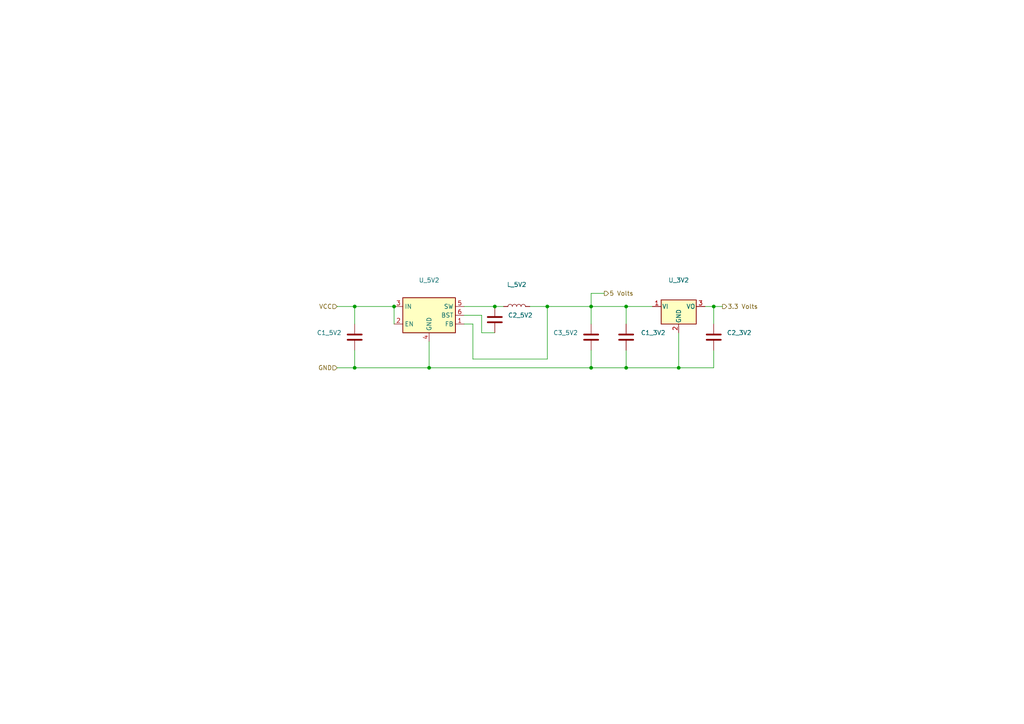
<source format=kicad_sch>
(kicad_sch (version 20211123) (generator eeschema)
  (paper "A4")
  (title_block (title "Channel 1 Power Rails") (date "2022-09-12") (rev "1") (company "George Mason University") (comment 1 "powered off the 3.3 volt rail.") (comment 2 "display as it requires it. The rest of the perphierals and the MCU are") (comment 3 "side. The 5 volts rail is only used to power the 20x04 character LCD") (comment 4 "This supplys the 5 volts and 3.3 volts rail for the primary digital"))
  (lib_symbols
    (symbol "Device:C" (pin_numbers hide) (pin_names (offset 0.254))
      (property "Reference" "C" (at 0.635 2.54 0))
      (property "Value" "C" (at 0.635 -2.54 0))
      (symbol "C_0_1"
        (polyline (pts (xy -2.032 -0.762) (xy 2.032 -0.762)) (stroke (width 0.508)))
        (polyline (pts (xy -2.032 0.762) (xy 2.032 0.762)) (stroke (width 0.508)))
      )
      (symbol "C_1_1"
        (pin passive line (at 0 3.81 270) (length 2.794) (name "~") (number "1"))
        (pin passive line (at 0 -3.81 90) (length 2.794) (name "~") (number "2"))
      )
    )
    (symbol "Device:L" (pin_numbers hide) (pin_names (offset 1.016) hide)
      (property "Reference" "L" (at -1.27 0 90))
      (property "Value" "L" (at 1.905 0 90))
      (symbol "L_0_1"
        (arc (start 0 -2.54) (mid 0.635 -1.905) (end 0 -1.27))
        (arc (start 0 -1.27) (mid 0.635 -0.635) (end 0 0))
        (arc (start 0 0) (mid 0.635 0.635) (end 0 1.27))
        (arc (start 0 1.27) (mid 0.635 1.905) (end 0 2.54))
      )
      (symbol "L_1_1"
        (pin passive line (at 0 3.81 270) (length 1.27) (name "1") (number "1"))
        (pin passive line (at 0 -3.81 90) (length 1.27) (name "2") (number "2"))
      )
    )
    (symbol "Regulator_Linear:LP2950-3.3_TO252" (pin_names (offset 0.254))
      (property "Reference" "U" (at -3.81 3.175 0))
      (property "Value" "LP2950-3.3_TO252" (at 0 3.175 0))
      (symbol "LP2950-3.3_TO252_0_1"
        (rectangle (start -5.08 1.905) (end 5.08 -5.08) (stroke (width 0.254)) (fill (type background)))
      )
      (symbol "LP2950-3.3_TO252_1_1"
        (pin power_in line (at -7.62 0 0) (length 2.54) (name "VI") (number "1"))
        (pin power_in line (at 0 -7.62 90) (length 2.54) (name "GND") (number "2"))
        (pin power_out line (at 7.62 0 180) (length 2.54) (name "VO") (number "3"))
      )
    )
    (symbol "Regulator_Switching:AP63205WU"
      (property "Reference" "U" (at -7.62 6.35 0))
      (property "Value" "AP63205WU" (at 2.54 6.35 0))
      (symbol "AP63205WU_0_1"
        (rectangle (start -7.62 5.08) (end 7.62 -5.08) (stroke (width 0.254)) (fill (type background)))
      )
      (symbol "AP63205WU_1_1"
        (pin input line (at 10.16 -2.54 180) (length 2.54) (name "FB") (number "1"))
        (pin input line (at -10.16 -2.54 0) (length 2.54) (name "EN") (number "2"))
        (pin power_in line (at -10.16 2.54 0) (length 2.54) (name "IN") (number "3"))
        (pin power_in line (at 0 -7.62 90) (length 2.54) (name "GND") (number "4"))
        (pin output line (at 10.16 2.54 180) (length 2.54) (name "SW") (number "5"))
        (pin passive line (at 10.16 0 180) (length 2.54) (name "BST") (number "6"))
      )
    )
  )
  (junction (at 171.45 106.68))
  (junction (at 102.87 106.68))
  (junction (at 114.3 88.9))
  (junction (at 124.46 106.68))
  (junction (at 207.01 88.9))
  (junction (at 158.75 88.9))
  (junction (at 196.85 106.68))
  (junction (at 181.61 88.9))
  (junction (at 181.61 106.68))
  (junction (at 143.51 88.9))
  (junction (at 171.45 88.9))
  (junction (at 102.87 88.9))
  (wire (pts (xy 207.01 93.98) (xy 207.01 88.9)))
  (wire (pts (xy 207.01 106.68) (xy 196.85 106.68)))
  (wire (pts (xy 171.45 106.68) (xy 181.61 106.68)))
  (wire (pts (xy 102.87 88.9) (xy 114.3 88.9)))
  (wire (pts (xy 137.16 93.98) (xy 134.62 93.98)))
  (wire (pts (xy 181.61 88.9) (xy 181.61 93.98)))
  (wire (pts (xy 97.79 88.9) (xy 102.87 88.9)))
  (wire (pts (xy 124.46 99.06) (xy 124.46 106.68)))
  (wire (pts (xy 158.75 104.14) (xy 137.16 104.14)))
  (wire (pts (xy 207.01 88.9) (xy 204.47 88.9)))
  (wire (pts (xy 207.01 88.9) (xy 209.55 88.9)))
  (wire (pts (xy 181.61 101.6) (xy 181.61 106.68)))
  (wire (pts (xy 171.45 101.6) (xy 171.45 106.68)))
  (wire (pts (xy 114.3 88.9) (xy 114.3 93.98)))
  (wire (pts (xy 134.62 88.9) (xy 143.51 88.9)))
  (wire (pts (xy 137.16 104.14) (xy 137.16 93.98)))
  (wire (pts (xy 207.01 101.6) (xy 207.01 106.68)))
  (wire (pts (xy 139.7 91.44) (xy 134.62 91.44)))
  (wire (pts (xy 102.87 101.6) (xy 102.87 106.68)))
  (wire (pts (xy 143.51 96.52) (xy 139.7 96.52)))
  (wire (pts (xy 153.67 88.9) (xy 158.75 88.9)))
  (wire (pts (xy 181.61 106.68) (xy 196.85 106.68)))
  (wire (pts (xy 171.45 88.9) (xy 171.45 93.98)))
  (wire (pts (xy 171.45 85.09) (xy 171.45 88.9)))
  (wire (pts (xy 171.45 88.9) (xy 181.61 88.9)))
  (wire (pts (xy 124.46 106.68) (xy 171.45 106.68)))
  (wire (pts (xy 139.7 96.52) (xy 139.7 91.44)))
  (wire (pts (xy 102.87 93.98) (xy 102.87 88.9)))
  (wire (pts (xy 181.61 88.9) (xy 189.23 88.9)))
  (wire (pts (xy 196.85 106.68) (xy 196.85 96.52)))
  (wire (pts (xy 97.79 106.68) (xy 102.87 106.68)))
  (wire (pts (xy 143.51 88.9) (xy 146.05 88.9)))
  (wire (pts (xy 158.75 88.9) (xy 171.45 88.9)))
  (wire (pts (xy 175.26 85.09) (xy 171.45 85.09)))
  (wire (pts (xy 158.75 88.9) (xy 158.75 104.14)))
  (wire (pts (xy 102.87 106.68) (xy 124.46 106.68)))
  (hierarchical_label "GND" (shape input) (at 97.79 106.68 180))
  (hierarchical_label "3.3 Volts" (shape output) (at 209.55 88.9 0))
  (hierarchical_label "VCC" (shape input) (at 97.79 88.9 180))
  (hierarchical_label "5 Volts" (shape output) (at 175.26 85.09 0))
  (symbol (lib_id "Device:C") (at 181.61 97.79 0) (mirror x) (unit 1)
    (property "Reference" "C1_3V2" (at 193.04 96.52 0) (effects (justify right)))
  )
  (symbol (lib_id "Device:C") (at 207.01 97.79 0) (unit 1)
    (property "Reference" "C2_3V2" (at 210.82 96.5199 0) (effects (justify left)))
  )
  (symbol (lib_id "Device:L") (at 149.86 88.9 90) (unit 1)
    (property "Reference" "L_5V2" (at 149.86 82.55 90))
  )
  (symbol (lib_id "Regulator_Linear:LP2950-3.3_TO252") (at 196.85 88.9 0) (unit 1)
    (property "Reference" "U_3V2" (at 196.85 81.28 0))
    (property "Datasheet" "http://www.ti.com/lit/ds/symlink/lp2950.pdf" (effects hide))
  )
  (symbol (lib_id "Device:C") (at 102.87 97.79 0) (mirror x) (unit 1)
    (property "Reference" "C1_5V2" (at 99.06 96.5199 0) (effects (justify right)))
  )
  (symbol (lib_id "Device:C") (at 171.45 97.79 0) (mirror x) (unit 1)
    (property "Reference" "C3_5V2" (at 167.64 96.5199 0) (effects (justify right)))
  )
  (symbol (lib_id "Device:C") (at 143.51 92.71 0) (unit 1)
    (property "Reference" "C2_5V2" (at 147.32 91.4399 0) (effects (justify left)))
  )
  (symbol (lib_id "Regulator_Switching:AP63205WU") (at 124.46 91.44 0) (unit 1)
    (property "Reference" "U_5V2" (at 124.46 81.28 0))
    (property "Datasheet" "https://www.diodes.com/assets/Datasheets/AP63200-AP63201-AP63203-AP63205.pdf" (effects hide))
  )
)
</source>
